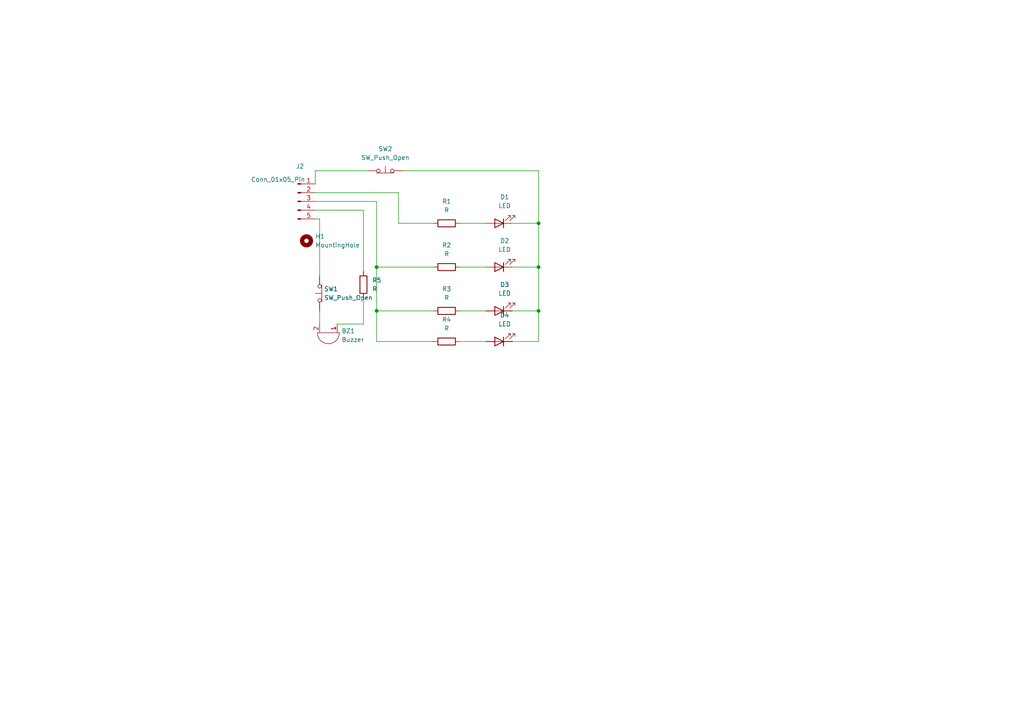
<source format=kicad_sch>
(kicad_sch (version 20230121) (generator eeschema)
  (paper "A4")
  (lib_symbols
    (symbol "Connector:Conn_01x05_Pin" (pin_names (offset 1.016) hide)
      (property "Reference" "J" (at 0 7.62 0))
      (property "Value" "Conn_01x05_Pin" (at 0 -7.62 0))
      (symbol "Conn_01x05_Pin_1_1"
        (polyline (pts (xy 1.27 -5.08) (xy 0.8636 -5.08)) (stroke (width 0.1524)))
        (polyline (pts (xy 1.27 -2.54) (xy 0.8636 -2.54)) (stroke (width 0.1524)))
        (polyline (pts (xy 1.27 0) (xy 0.8636 0)) (stroke (width 0.1524)))
        (polyline (pts (xy 1.27 2.54) (xy 0.8636 2.54)) (stroke (width 0.1524)))
        (polyline (pts (xy 1.27 5.08) (xy 0.8636 5.08)) (stroke (width 0.1524)))
        (rectangle (start 0.8636 -4.953) (end 0 -5.207) (stroke (width 0.1524)) (fill (type outline)))
        (rectangle (start 0.8636 -2.413) (end 0 -2.667) (stroke (width 0.1524)) (fill (type outline)))
        (rectangle (start 0.8636 0.127) (end 0 -0.127) (stroke (width 0.1524)) (fill (type outline)))
        (rectangle (start 0.8636 2.667) (end 0 2.413) (stroke (width 0.1524)) (fill (type outline)))
        (rectangle (start 0.8636 5.207) (end 0 4.953) (stroke (width 0.1524)) (fill (type outline)))
        (pin passive line (at 5.08 5.08 180) (length 3.81) (name "Pin_1") (number "1"))
        (pin passive line (at 5.08 2.54 180) (length 3.81) (name "Pin_2") (number "2"))
        (pin passive line (at 5.08 0 180) (length 3.81) (name "Pin_3") (number "3"))
        (pin passive line (at 5.08 -2.54 180) (length 3.81) (name "Pin_4") (number "4"))
        (pin passive line (at 5.08 -5.08 180) (length 3.81) (name "Pin_5") (number "5"))
      )
    )
    (symbol "Device:Buzzer" (pin_names (offset 0.0254) hide)
      (property "Reference" "BZ" (at 3.81 1.27 0))
      (property "Value" "Buzzer" (at 3.81 -1.27 0))
      (symbol "Buzzer_0_1"
        (arc (start 0 -3.175) (mid 3.1612 0) (end 0 3.175))
        (polyline (pts (xy -1.651 1.905) (xy -1.143 1.905)))
        (polyline (pts (xy -1.397 2.159) (xy -1.397 1.651)))
        (polyline (pts (xy 0 3.175) (xy 0 -3.175)))
      )
      (symbol "Buzzer_1_1"
        (pin passive line (at -2.54 2.54 0) (length 2.54) (name "-") (number "1"))
        (pin passive line (at -2.54 -2.54 0) (length 2.54) (name "+") (number "2"))
      )
    )
    (symbol "Device:LED" (pin_numbers hide) (pin_names (offset 1.016) hide)
      (property "Reference" "D" (at 0 2.54 0))
      (property "Value" "LED" (at 0 -2.54 0))
      (symbol "LED_0_1"
        (polyline (pts (xy -1.27 -1.27) (xy -1.27 1.27)) (stroke (width 0.254)))
        (polyline (pts (xy -1.27 0) (xy 1.27 0)))
        (polyline (pts (xy 1.27 -1.27) (xy 1.27 1.27) (xy -1.27 0) (xy 1.27 -1.27)) (stroke (width 0.254)))
        (polyline (pts (xy -3.048 -0.762) (xy -4.572 -2.286) (xy -3.81 -2.286) (xy -4.572 -2.286) (xy -4.572 -1.524)))
        (polyline (pts (xy -1.778 -0.762) (xy -3.302 -2.286) (xy -2.54 -2.286) (xy -3.302 -2.286) (xy -3.302 -1.524)))
      )
      (symbol "LED_1_1"
        (pin passive line (at -3.81 0 0) (length 2.54) (name "K") (number "1"))
        (pin passive line (at 3.81 0 180) (length 2.54) (name "A") (number "2"))
      )
    )
    (symbol "Device:R" (pin_numbers hide) (pin_names (offset 0))
      (property "Reference" "R" (at 2.032 0 90))
      (property "Value" "R" (at 0 0 90))
      (symbol "R_0_1"
        (rectangle (start -1.016 -2.54) (end 1.016 2.54) (stroke (width 0.254)))
      )
      (symbol "R_1_1"
        (pin passive line (at 0 3.81 270) (length 1.27) (name "~") (number "1"))
        (pin passive line (at 0 -3.81 90) (length 1.27) (name "~") (number "2"))
      )
    )
    (symbol "Mechanical:MountingHole" (pin_names (offset 1.016))
      (property "Reference" "H" (at 0 5.08 0))
      (property "Value" "MountingHole" (at 0 3.175 0))
      (symbol "MountingHole_0_1"
        (circle (center 0 0) (radius 1.27) (stroke (width 1.27)))
      )
    )
    (symbol "Switch:SW_Push_Open" (pin_numbers hide) (pin_names (offset 1.016) hide)
      (property "Reference" "SW" (at 0 2.54 0))
      (property "Value" "SW_Push_Open" (at 0 -1.905 0))
      (symbol "SW_Push_Open_0_1"
        (circle (center -2.032 0) (radius 0.508))
        (polyline (pts (xy -2.54 -0.635) (xy 2.54 -0.635)))
        (polyline (pts (xy 0 -0.635) (xy 0 1.27)))
        (circle (center 2.032 0) (radius 0.508))
        (pin passive line (at -5.08 0 0) (length 2.54) (name "A") (number "1"))
      )
      (symbol "SW_Push_Open_1_1"
        (pin passive line (at 5.08 0 180) (length 2.54) (name "B") (number "2"))
      )
    )
  )
  (junction (at 156.21 77.47))
  (junction (at 156.21 64.77))
  (junction (at 156.21 90.17))
  (junction (at 109.22 77.47))
  (junction (at 109.22 90.17))
  (wire (pts (xy 91.44 60.96) (xy 105.41 60.96)))
  (wire (pts (xy 105.41 86.36) (xy 105.41 93.98)))
  (wire (pts (xy 156.21 64.77) (xy 148.59 64.77)))
  (wire (pts (xy 133.35 64.77) (xy 140.97 64.77)))
  (wire (pts (xy 156.21 77.47) (xy 148.59 77.47)))
  (wire (pts (xy 97.79 93.98) (xy 105.41 93.98)))
  (wire (pts (xy 115.57 55.88) (xy 115.57 64.77)))
  (wire (pts (xy 109.22 99.06) (xy 109.22 90.17)))
  (wire (pts (xy 156.21 64.77) (xy 156.21 77.47)))
  (wire (pts (xy 91.44 49.53) (xy 91.44 53.34)))
  (wire (pts (xy 133.35 99.06) (xy 140.97 99.06)))
  (wire (pts (xy 109.22 58.42) (xy 91.44 58.42)))
  (wire (pts (xy 109.22 77.47) (xy 109.22 90.17)))
  (wire (pts (xy 109.22 58.42) (xy 109.22 77.47)))
  (wire (pts (xy 156.21 77.47) (xy 156.21 90.17)))
  (wire (pts (xy 116.84 49.53) (xy 156.21 49.53)))
  (wire (pts (xy 156.21 49.53) (xy 156.21 64.77)))
  (wire (pts (xy 92.71 90.17) (xy 92.71 93.98)))
  (wire (pts (xy 109.22 77.47) (xy 125.73 77.47)))
  (wire (pts (xy 91.44 55.88) (xy 115.57 55.88)))
  (wire (pts (xy 109.22 90.17) (xy 125.73 90.17)))
  (wire (pts (xy 133.35 90.17) (xy 140.97 90.17)))
  (wire (pts (xy 156.21 90.17) (xy 156.21 99.06)))
  (wire (pts (xy 125.73 99.06) (xy 109.22 99.06)))
  (wire (pts (xy 92.71 63.5) (xy 92.71 80.01)))
  (wire (pts (xy 91.44 63.5) (xy 92.71 63.5)))
  (wire (pts (xy 115.57 64.77) (xy 125.73 64.77)))
  (wire (pts (xy 91.44 49.53) (xy 106.68 49.53)))
  (wire (pts (xy 148.59 99.06) (xy 156.21 99.06)))
  (wire (pts (xy 156.21 90.17) (xy 148.59 90.17)))
  (wire (pts (xy 133.35 77.47) (xy 140.97 77.47)))
  (wire (pts (xy 105.41 60.96) (xy 105.41 78.74)))
  (symbol (lib_id "Device:R") (at 129.54 99.06 90) (unit 1)
    (property "Reference" "R4" (at 129.54 92.71 90))
    (property "Value" "R" (at 129.54 95.25 90))
    (property "Footprint" "Resistor_THT:R_Axial_DIN0411_L9.9mm_D3.6mm_P12.70mm_Horizontal" (effects hide))
  )
  (symbol (lib_id "Device:LED") (at 144.78 64.77 180) (unit 1)
    (property "Reference" "D1" (at 146.3675 57.15 0))
    (property "Value" "LED" (at 146.3675 59.69 0))
    (property "Footprint" "LED_THT:LED_D3.0mm" (effects hide))
  )
  (symbol (lib_id "Switch:SW_Push_Open") (at 111.76 49.53 0) (unit 1)
    (property "Reference" "SW2" (at 111.76 43.18 0))
    (property "Value" "SW_Push_Open" (at 111.76 45.72 0))
    (property "Footprint" "Button_Switch_THT:SW_PUSH_6mm" (effects hide))
  )
  (symbol (lib_id "Device:Buzzer") (at 95.25 96.52 270) (unit 1)
    (property "Reference" "BZ1" (at 99.06 96.0051 90) (effects (justify left)))
    (property "Value" "Buzzer" (at 99.06 98.5451 90) (effects (justify left)))
    (property "Footprint" "Buzzer_Beeper:Buzzer_12x9.5RM7.6" (effects hide))
  )
  (symbol (lib_id "Device:R") (at 105.41 82.55 180) (unit 1)
    (property "Reference" "R5" (at 107.95 81.28 0) (effects (justify right)))
    (property "Value" "R" (at 107.95 83.82 0) (effects (justify right)))
    (property "Footprint" "Resistor_THT:R_Axial_DIN0411_L9.9mm_D3.6mm_P12.70mm_Horizontal" (effects hide))
  )
  (symbol (lib_id "Device:R") (at 129.54 77.47 90) (unit 1)
    (property "Reference" "R2" (at 129.54 71.12 90))
    (property "Value" "R" (at 129.54 73.66 90))
    (property "Footprint" "Resistor_THT:R_Axial_DIN0411_L9.9mm_D3.6mm_P12.70mm_Horizontal" (effects hide))
  )
  (symbol (lib_id "Device:LED") (at 144.78 99.06 180) (unit 1)
    (property "Reference" "D4" (at 146.3675 91.44 0))
    (property "Value" "LED" (at 146.3675 93.98 0))
    (property "Footprint" "LED_THT:LED_D3.0mm" (effects hide))
  )
  (symbol (lib_id "Device:LED") (at 144.78 90.17 180) (unit 1)
    (property "Reference" "D3" (at 146.3675 82.55 0))
    (property "Value" "LED" (at 146.3675 85.09 0))
    (property "Footprint" "LED_THT:LED_D3.0mm" (effects hide))
  )
  (symbol (lib_id "Device:R") (at 129.54 90.17 90) (unit 1)
    (property "Reference" "R3" (at 129.54 83.82 90))
    (property "Value" "R" (at 129.54 86.36 90))
    (property "Footprint" "Resistor_THT:R_Axial_DIN0411_L9.9mm_D3.6mm_P12.70mm_Horizontal" (effects hide))
  )
  (symbol (lib_id "Switch:SW_Push_Open") (at 92.71 85.09 90) (unit 1)
    (property "Reference" "SW1" (at 93.98 83.82 90) (effects (justify right)))
    (property "Value" "SW_Push_Open" (at 93.98 86.36 90) (effects (justify right)))
    (property "Footprint" "Button_Switch_THT:SW_PUSH_6mm" (effects hide))
  )
  (symbol (lib_id "Mechanical:MountingHole") (at 88.9 69.85 0) (unit 1)
    (property "Reference" "H1" (at 91.44 68.58 0) (effects (justify left)))
    (property "Value" "MountingHole" (at 91.44 71.12 0) (effects (justify left)))
    (property "Footprint" "MountingHole:MountingHole_2.1mm" (effects hide))
  )
  (symbol (lib_id "Device:LED") (at 144.78 77.47 180) (unit 1)
    (property "Reference" "D2" (at 146.3675 69.85 0))
    (property "Value" "LED" (at 146.3675 72.39 0))
    (property "Footprint" "LED_THT:LED_D3.0mm" (effects hide))
  )
  (symbol (lib_id "Device:R") (at 129.54 64.77 90) (unit 1)
    (property "Reference" "R1" (at 129.54 58.42 90))
    (property "Value" "R" (at 129.54 60.96 90))
    (property "Footprint" "Resistor_THT:R_Axial_DIN0411_L9.9mm_D3.6mm_P12.70mm_Horizontal" (effects hide))
  )
  (symbol (lib_id "Connector:Conn_01x05_Pin") (at 86.36 58.42 0) (unit 1)
    (property "Reference" "J2" (at 86.995 48.26 0))
    (property "Value" "Conn_01x05_Pin" (at 80.645 52.07 0))
    (property "Footprint" "Connector_PinHeader_2.00mm:PinHeader_1x05_P2.00mm_Horizontal" (effects hide))
  )
)
</source>
